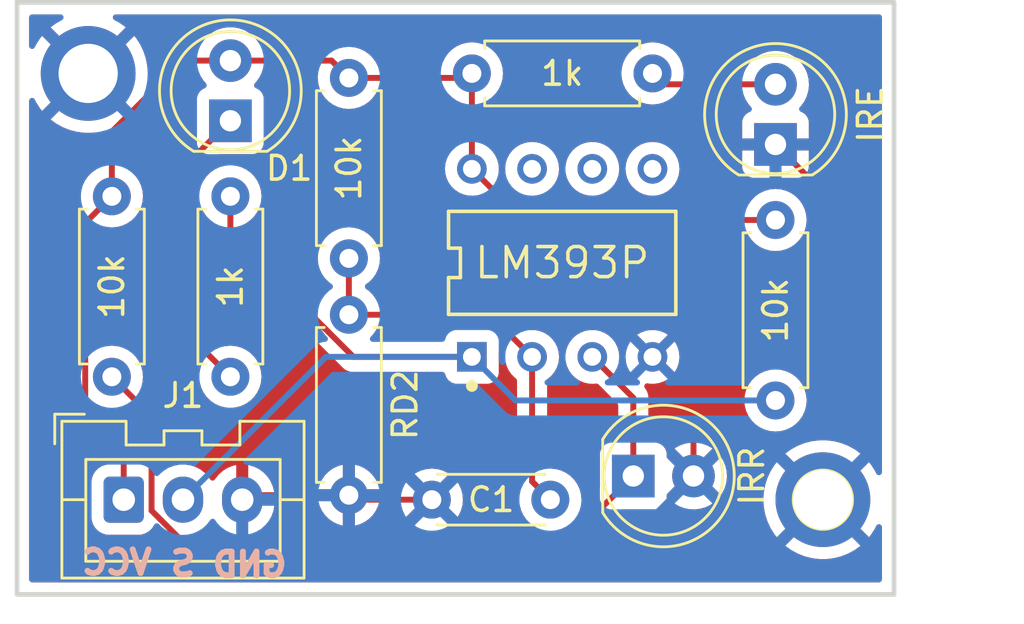
<source format=kicad_pcb>
(kicad_pcb (version 20211014) (generator pcbnew)
  (layers (0 "F.Cu" signal) (31 "B.Cu" signal) (34 "B.Paste" user) (35 "F.Paste" user) (36 "B.SilkS" user "B.Silkscreen") (37 "F.SilkS" user "F.Silkscreen") (38 "B.Mask" user) (39 "F.Mask" user) (44 "Edge.Cuts" user))
  (net 0 "")
  (net 1 "Net-(D1-Pad1)")
  (net 2 "VCC")
  (net 3 "GND")
  (net 4 "Net-(IRLED1-Pad2)")
  (net 5 "Net-(J1-Pad2)")
  (net 6 "Net-(Q1-Pad1)")
  (net 7 "Net-(C1-Pad2)")
  (footprint "Connector_JST:JST_XA_B03B-XASK-1_1x03_P2.50mm_Vertical" (layer "F.Cu") (at 155.5 79)
    (fp_text reference "J1" (at 2.5 -4.4) (layer "F.SilkS"))
    (fp_text value "Conn_01x03_Female")
    (fp_line (start -2.61 3.31) (end 7.61 3.31) (layer "F.SilkS") (width 0.12))
    (fp_line (start -2.61 -3.31) (end -2.61 3.31) (layer "F.SilkS") (width 0.12))
    (fp_line (start 1.7 -2.31) (end 0.1 -2.31) (layer "F.SilkS") (width 0.12))
    (fp_line (start 7.61 -3.31) (end 4.9 -3.31) (layer "F.SilkS") (width 0.12))
    (fp_line (start 4.9 -2.31) (end 3.3 -2.31) (layer "F.SilkS") (width 0.12))
    (fp_line (start 7.61 0) (end 6.6 0) (layer "F.SilkS") (width 0.12))
    (fp_line (start 0.1 -3.31) (end -2.61 -3.31) (layer "F.SilkS") (width 0.12))
    (fp_line (start 6.6 -1.7) (end -1.6 -1.7) (layer "F.SilkS") (width 0.12))
    (fp_line (start 4.9 -3.31) (end 4.9 -2.31) (layer "F.SilkS") (width 0.12))
    (fp_line (start -1.66 -3.61) (end -2.91 -3.61) (layer "F.SilkS") (width 0.12))
    (fp_line (start 3.3 -2.91) (end 1.7 -2.91) (layer "F.SilkS") (width 0.12))
    (fp_line (start 0.1 -2.31) (end 0.1 -3.31) (layer "F.SilkS") (width 0.12))
    (fp_line (start 3.3 -2.31) (end 3.3 -2.91) (layer "F.SilkS") (width 0.12))
    (fp_line (start 6.6 2.6) (end 6.6 -1.7) (layer "F.SilkS") (width 0.12))
    (fp_line (start -2.91 -3.61) (end -2.91 -2.36) (layer "F.SilkS") (width 0.12))
    (fp_line (start 7.61 3.31) (end 7.61 -3.31) (layer "F.SilkS") (width 0.12))
    (fp_line (start -2.61 0) (end -1.6 0) (layer "F.SilkS") (width 0.12))
    (fp_line (start -1.6 -1.7) (end -1.6 2.6) (layer "F.SilkS") (width 0.12))
    (fp_line (start -1.6 2.6) (end 6.6 2.6) (layer "F.SilkS") (width 0.12))
    (fp_line (start 1.7 -2.91) (end 1.7 -2.31) (layer "F.SilkS") (width 0.12))
    (pad "1" thru_hole roundrect (at 0 0) (size 1.7 1.95) (drill 0.95) (layers *.Cu *.Mask) (roundrect_rratio 0.1470588235) (net 2 "VCC"))
    (pad "2" thru_hole oval (at 2.5 0) (size 1.7 1.95) (drill 0.95) (layers *.Cu *.Mask) (net 5 "Net-(J1-Pad2)"))
    (pad "3" thru_hole oval (at 5 0) (size 1.7 1.95) (drill 0.95) (layers *.Cu *.Mask) (net 3 "GND"))
  )
  (footprint "LED_THT:LED_D5.0mm_IRGrey" (layer "F.Cu") (at 160 63 90)
    (fp_text reference "D1" (at -2.008615 2.479406 180) (layer "F.SilkS"))
    (fp_text value "LED")
    (fp_line (start -1.29 -1.545) (end -1.29 1.545) (layer "F.SilkS") (width 0.12))
    (fp_arc (start -1.29 -1.54483) (mid 2.072002 -2.880433) (end 4.26 0.000462) (layer "F.SilkS") (width 0.12))
    (fp_arc (start 4.26 -0.000462) (mid 2.072002 2.880433) (end -1.29 1.54483) (layer "F.SilkS") (width 0.12))
    (fp_circle (center 1.27 0) (end 3.77 0) (layer "F.SilkS") (width 0.12) (fill none))
    (pad "1" thru_hole rect (at 0 0 90) (size 1.8 1.8) (drill 0.9) (layers *.Cu *.Mask) (net 1 "Net-(D1-Pad1)"))
    (pad "2" thru_hole circle (at 2.54 0 90) (size 1.8 1.8) (drill 0.9) (layers *.Cu *.Mask) (net 2 "VCC"))
  )
  (footprint "Resistor_THT:R_Axial_DIN0207_L6.3mm_D2.5mm_P7.62mm_Horizontal" (layer "F.Cu") (at 165 61.19 -90)
    (fp_text reference "10k" (at 3.81 0 90) (layer "F.SilkS"))
    (fp_text value "10k")
    (fp_line (start 7.08 -1.37) (end 7.08 -1.04) (layer "F.SilkS") (width 0.12))
    (fp_line (start 0.54 -1.04) (end 0.54 -1.37) (layer "F.SilkS") (width 0.12))
    (fp_line (start 7.08 1.37) (end 7.08 1.04) (layer "F.SilkS") (width 0.12))
    (fp_line (start 0.54 1.37) (end 7.08 1.37) (layer "F.SilkS") (width 0.12))
    (fp_line (start 0.54 1.04) (end 0.54 1.37) (layer "F.SilkS") (width 0.12))
    (fp_line (start 0.54 -1.37) (end 7.08 -1.37) (layer "F.SilkS") (width 0.12))
    (pad "1" thru_hole circle (at 0 0 270) (size 1.6 1.6) (drill 0.8) (layers *.Cu *.Mask) (net 2 "VCC"))
    (pad "2" thru_hole oval (at 7.62 0 270) (size 1.6 1.6) (drill 0.8) (layers *.Cu *.Mask) (net 7 "Net-(C1-Pad2)"))
  )
  (footprint "LED_THT:LED_D5.0mm_IRGrey" (layer "F.Cu") (at 183 64 90)
    (fp_text reference "IRE" (at 1.27 4 90) (layer "F.SilkS"))
    (fp_text value "LD271")
    (fp_line (start -1.29 -1.545) (end -1.29 1.545) (layer "F.SilkS") (width 0.12))
    (fp_arc (start 4.26 -0.000462) (mid 2.072002 2.880433) (end -1.29 1.54483) (layer "F.SilkS") (width 0.12))
    (fp_arc (start -1.29 -1.54483) (mid 2.072002 -2.880433) (end 4.26 0.000462) (layer "F.SilkS") (width 0.12))
    (fp_circle (center 1.27 0) (end 3.77 0) (layer "F.SilkS") (width 0.12) (fill none))
    (pad "1" thru_hole rect (at 0 0 90) (size 1.8 1.8) (drill 0.9) (layers *.Cu *.Mask) (net 3 "GND"))
    (pad "2" thru_hole circle (at 2.54 0 90) (size 1.8 1.8) (drill 0.9) (layers *.Cu *.Mask) (net 4 "Net-(IRLED1-Pad2)"))
  )
  (footprint "Resistor_THT:R_Axial_DIN0207_L6.3mm_D2.5mm_P7.62mm_Horizontal" (layer "F.Cu") (at 183 67.19 -90)
    (fp_text reference "10k" (at 3.81 0 90) (layer "F.SilkS"))
    (fp_text value "10k")
    (fp_line (start 0.54 1.04) (end 0.54 1.37) (layer "F.SilkS") (width 0.12))
    (fp_line (start 7.08 1.37) (end 7.08 1.04) (layer "F.SilkS") (width 0.12))
    (fp_line (start 0.54 -1.04) (end 0.54 -1.37) (layer "F.SilkS") (width 0.12))
    (fp_line (start 0.54 1.37) (end 7.08 1.37) (layer "F.SilkS") (width 0.12))
    (fp_line (start 7.08 -1.37) (end 7.08 -1.04) (layer "F.SilkS") (width 0.12))
    (fp_line (start 0.54 -1.37) (end 7.08 -1.37) (layer "F.SilkS") (width 0.12))
    (pad "1" thru_hole circle (at 0 0 270) (size 1.6 1.6) (drill 0.8) (layers *.Cu *.Mask) (net 2 "VCC"))
    (pad "2" thru_hole oval (at 7.62 0 270) (size 1.6 1.6) (drill 0.8) (layers *.Cu *.Mask) (net 5 "Net-(J1-Pad2)"))
  )
  (footprint "eec:Texas_Instruments-P_R-PDIP-T8-0-0-0" (layer "F.Cu") (at 174 69 90)
    (fp_text reference "U1" hide)
    (fp_text value "LM393P" (at 0 0 180) (layer "F.SilkS") (effects (font (size 1.27 1.27))))
    (fp_line (start -2.175 -4.795) (end -2.175 4.795) (layer "F.SilkS") (width 0.15))
    (fp_line (start 2.175 -4.795) (end 0.621428 -4.795) (layer "F.SilkS") (width 0.15))
    (fp_line (start -2.175 4.795) (end 2.175 4.795) (layer "F.SilkS") (width 0.15))
    (fp_line (start 0.621428 -4.795) (end 0.621428 -4.295) (layer "F.SilkS") (width 0.15))
    (fp_line (start -0.621428 -4.795) (end -2.175 -4.795) (layer "F.SilkS") (width 0.15))
    (fp_line (start 0.621428 -4.295) (end -0.621428 -4.295) (layer "F.SilkS") (width 0.15))
    (fp_line (start 2.175 4.795) (end 2.175 -4.795) (layer "F.SilkS") (width 0.15))
    (fp_line (start -0.621428 -4.295) (end -0.621428 -4.795) (layer "F.SilkS") (width 0.15))
    (fp_circle (center -5.195 -3.81) (end -5.07 -3.81) (layer "F.SilkS") (width 0.25) (fill none))
    (pad "1" thru_hole rect locked (at -3.97 -3.81 90) (size 1.25 1.25) (drill 0.75) (layers *.Cu *.Mask) (net 5 "Net-(J1-Pad2)"))
    (pad "2" thru_hole circle locked (at -3.97 -1.27 90) (size 1.25 1.25) (drill 0.75) (layers *.Cu *.Mask) (net 7 "Net-(C1-Pad2)"))
    (pad "3" thru_hole circle locked (at -3.97 1.27 90) (size 1.25 1.25) (drill 0.75) (layers *.Cu *.Mask) (net 6 "Net-(Q1-Pad1)"))
    (pad "4" thru_hole circle locked (at -3.97 3.81 90) (size 1.25 1.25) (drill 0.75) (layers *.Cu *.Mask) (net 3 "GND"))
    (pad "5" thru_hole circle locked (at 3.97 3.81 90) (size 1.25 1.25) (drill 0.75) (layers *.Cu "B.Mask"))
    (pad "6" thru_hole circle locked (at 3.97 1.27 90) (size 1.25 1.25) (drill 0.75) (layers *.Cu "B.Mask"))
    (pad "7" thru_hole circle locked (at 3.97 -1.27 90) (size 1.25 1.25) (drill 0.75) (layers *.Cu "B.Mask"))
    (pad "8" thru_hole circle locked (at 3.97 -3.81 90) (size 1.25 1.25) (drill 0.75) (layers *.Cu *.Mask) (net 2 "VCC"))
  )
  (footprint "Capacitor_THT:C_Disc_D4.3mm_W1.9mm_P5.00mm" (layer "F.Cu") (at 168.5 79)
    (fp_text reference "C1" (at 2.5 0) (layer "F.SilkS"))
    (fp_text value "C")
    (fp_line (start 0.23 1.07) (end 4.77 1.07) (layer "F.SilkS") (width 0.12))
    (fp_line (start 0.23 1.055) (end 0.23 1.07) (layer "F.SilkS") (width 0.12))
    (fp_line (start 4.77 1.055) (end 4.77 1.07) (layer "F.SilkS") (width 0.12))
    (fp_line (start 0.23 -1.07) (end 0.23 -1.055) (layer "F.SilkS") (width 0.12))
    (fp_line (start 0.23 -1.07) (end 4.77 -1.07) (layer "F.SilkS") (width 0.12))
    (fp_line (start 4.77 -1.07) (end 4.77 -1.055) (layer "F.SilkS") (width 0.12))
    (pad "1" thru_hole circle (at 0 0) (size 1.6 1.6) (drill 0.8) (layers *.Cu *.Mask) (net 3 "GND"))
    (pad "2" thru_hole circle (at 5 0) (size 1.6 1.6) (drill 0.8) (layers *.Cu *.Mask) (net 7 "Net-(C1-Pad2)"))
  )
  (footprint "Connector_Pin:Pin_D1.0mm_L10.0mm" (layer "F.Cu") (at 185 79)
    (fp_text reference "REF**" hide)
    (fp_text value "Pin_D1.0mm_L10.0mm")
    (fp_circle (center 0 0) (end 1.25 0.05) (layer "F.SilkS") (width 0.12) (fill none))
    (pad "1" thru_hole circle (at 0 0) (size 4 4) (drill 2.5) (layers *.Cu *.Mask) (net 3 "GND"))
  )
  (footprint "LED_THT:LED_D5.0mm_IRGrey" (layer "F.Cu") (at 177 78)
    (fp_text reference "IRR" (at 5 0.000462 90) (layer "F.SilkS"))
    (fp_text value "Q_Photo_NPN_CE")
    (fp_line (start -1.29 -1.545) (end -1.29 1.545) (layer "F.SilkS") (width 0.12))
    (fp_arc (start 4.26 -0.000462) (mid 2.072002 2.880433) (end -1.29 1.54483) (layer "F.SilkS") (width 0.12))
    (fp_arc (start -1.29 -1.54483) (mid 2.072002 -2.880433) (end 4.26 0.000462) (layer "F.SilkS") (width 0.12))
    (fp_circle (center 1.27 0) (end 3.77 0) (layer "F.SilkS") (width 0.12) (fill none))
    (pad "1" thru_hole rect (at 0 0) (size 1.8 1.8) (drill 0.9) (layers *.Cu *.Mask) (net 6 "Net-(Q1-Pad1)"))
    (pad "2" thru_hole circle (at 2.54 0) (size 1.8 1.8) (drill 0.9) (layers *.Cu *.Mask) (net 3 "GND"))
  )
  (footprint "Resistor_THT:R_Axial_DIN0207_L6.3mm_D2.5mm_P7.62mm_Horizontal" (layer "F.Cu") (at 155 73.81 90)
    (fp_text reference "10k" (at 3.81 0 90) (layer "F.SilkS"))
    (fp_text value "10k")
    (fp_line (start 7.08 -1.37) (end 7.08 -1.04) (layer "F.SilkS") (width 0.12))
    (fp_line (start 0.54 1.37) (end 7.08 1.37) (layer "F.SilkS") (width 0.12))
    (fp_line (start 0.54 -1.37) (end 7.08 -1.37) (layer "F.SilkS") (width 0.12))
    (fp_line (start 0.54 1.04) (end 0.54 1.37) (layer "F.SilkS") (width 0.12))
    (fp_line (start 7.08 1.37) (end 7.08 1.04) (layer "F.SilkS") (width 0.12))
    (fp_line (start 0.54 -1.04) (end 0.54 -1.37) (layer "F.SilkS") (width 0.12))
    (pad "1" thru_hole circle (at 0 0 90) (size 1.6 1.6) (drill 0.8) (layers *.Cu *.Mask) (net 6 "Net-(Q1-Pad1)"))
    (pad "2" thru_hole oval (at 7.62 0 90) (size 1.6 1.6) (drill 0.8) (layers *.Cu *.Mask) (net 2 "VCC"))
  )
  (footprint "Resistor_THT:R_Axial_DIN0207_L6.3mm_D2.5mm_P7.62mm_Horizontal" (layer "F.Cu") (at 170.19 61)
    (fp_text reference "1k" (at 3.81 0) (layer "F.SilkS"))
    (fp_text value "1k")
    (fp_line (start 0.54 1.37) (end 7.08 1.37) (layer "F.SilkS") (width 0.12))
    (fp_line (start 0.54 1.04) (end 0.54 1.37) (layer "F.SilkS") (width 0.12))
    (fp_line (start 7.08 -1.37) (end 7.08 -1.04) (layer "F.SilkS") (width 0.12))
    (fp_line (start 7.08 1.37) (end 7.08 1.04) (layer "F.SilkS") (width 0.12))
    (fp_line (start 0.54 -1.04) (end 0.54 -1.37) (layer "F.SilkS") (width 0.12))
    (fp_line (start 0.54 -1.37) (end 7.08 -1.37) (layer "F.SilkS") (width 0.12))
    (pad "1" thru_hole circle (at 0 0) (size 1.6 1.6) (drill 0.8) (layers *.Cu *.Mask) (net 2 "VCC"))
    (pad "2" thru_hole oval (at 7.62 0) (size 1.6 1.6) (drill 0.8) (layers *.Cu *.Mask) (net 4 "Net-(IRLED1-Pad2)"))
  )
  (footprint "" (layer "F.Cu") (at 154 61)
    (fp_text reference "" hide)
    (fp_text value "" hide)
    (pad "1" thru_hole circle (at 0 0) (size 4 4) (drill 2.5) (layers *.Cu *.Mask) (net 3 "GND"))
  )
  (footprint "Resistor_THT:R_Axial_DIN0207_L6.3mm_D2.5mm_P7.62mm_Horizontal" (layer "F.Cu") (at 160 73.81 90)
    (fp_text reference "1k" (at 3.81 0 90) (layer "F.SilkS"))
    (fp_text value "1k")
    (fp_line (start 0.54 1.04) (end 0.54 1.37) (layer "F.SilkS") (width 0.12))
    (fp_line (start 0.54 -1.04) (end 0.54 -1.37) (layer "F.SilkS") (width 0.12))
    (fp_line (start 7.08 -1.37) (end 7.08 -1.04) (layer "F.SilkS") (width 0.12))
    (fp_line (start 0.54 -1.37) (end 7.08 -1.37) (layer "F.SilkS") (width 0.12))
    (fp_line (start 0.54 1.37) (end 7.08 1.37) (layer "F.SilkS") (width 0.12))
    (fp_line (start 7.08 1.37) (end 7.08 1.04) (layer "F.SilkS") (width 0.12))
    (pad "1" thru_hole circle (at 0 0 90) (size 1.6 1.6) (drill 0.8) (layers *.Cu *.Mask) (net 1 "Net-(D1-Pad1)"))
    (pad "2" thru_hole oval (at 7.62 0 90) (size 1.6 1.6) (drill 0.8) (layers *.Cu *.Mask) (net 5 "Net-(J1-Pad2)"))
  )
  (footprint "Resistor_THT:R_Axial_DIN0207_L6.3mm_D2.5mm_P7.62mm_Horizontal" (layer "F.Cu") (at 165 71.19 -90)
    (fp_text reference "RD2" (at 3.81 -2.37 90) (layer "F.SilkS"))
    (fp_text value "10k")
    (fp_line (start 0.54 -1.04) (end 0.54 -1.37) (layer "F.SilkS") (width 0.12))
    (fp_line (start 7.08 1.37) (end 7.08 1.04) (layer "F.SilkS") (width 0.12))
    (fp_line (start 0.54 -1.37) (end 7.08 -1.37) (layer "F.SilkS") (width 0.12))
    (fp_line (start 0.54 1.37) (end 7.08 1.37) (layer "F.SilkS") (width 0.12))
    (fp_line (start 7.08 -1.37) (end 7.08 -1.04) (layer "F.SilkS") (width 0.12))
    (fp_line (start 0.54 1.04) (end 0.54 1.37) (layer "F.SilkS") (width 0.12))
    (pad "1" thru_hole circle (at 0 0 270) (size 1.6 1.6) (drill 0.8) (layers *.Cu *.Mask) (net 7 "Net-(C1-Pad2)"))
    (pad "2" thru_hole oval (at 7.62 0 270) (size 1.6 1.6) (drill 0.8) (layers *.Cu *.Mask) (net 3 "GND"))
  )
  (gr_rect (start 151 58) (end 188 83) (layer "Edge.Cuts") (width 0.2) (fill none))
  (gr_text "S" (at 158 81.6 -180) (layer "B.SilkS") (effects (font (size 1 1) (thickness 0.25)) (justify mirror)))
  (gr_text "VCC" (at 155.210326 81.648408) (layer "B.SilkS") (effects (font (size 1 1) (thickness 0.25)) (justify mirror)))
  (gr_text "GND" (at 160.815327 81.740799) (layer "B.SilkS") (effects (font (size 1 1) (thickness 0.25)) (justify mirror)))
  (segment (start 158 71.81) (end 160 73.81) (width 0.25) (layer "F.Cu") (net 1))
  (segment (start 158 65) (end 158 71.81) (width 0.25) (layer "F.Cu") (net 1))
  (segment (start 160 63) (end 158 65) (width 0.25) (layer "F.Cu") (net 1))
  (segment (start 153.875 74.875) (end 153.875 67.315) (width 0.25) (layer "F.Cu") (net 2))
  (segment (start 170.19 61) (end 170.19 65.03) (width 0.25) (layer "F.Cu") (net 2))
  (segment (start 155.5 76.5) (end 153.875 74.875) (width 0.25) (layer "F.Cu") (net 2))
  (segment (start 170 61.19) (end 170.19 61) (width 0.25) (layer "F.Cu") (net 2))
  (segment (start 172.35 67.19) (end 183 67.19) (width 0.25) (layer "F.Cu") (net 2))
  (segment (start 153.875 67.315) (end 155 66.19) (width 0.25) (layer "F.Cu") (net 2))
  (segment (start 165 61.19) (end 170 61.19) (width 0.25) (layer "F.Cu") (net 2))
  (segment (start 155.5 79) (end 155.5 76.5) (width 0.25) (layer "F.Cu") (net 2))
  (segment (start 170.19 65.03) (end 172.35 67.19) (width 0.25) (layer "F.Cu") (net 2))
  (segment (start 155 63.46) (end 158 60.46) (width 0.25) (layer "F.Cu") (net 2))
  (segment (start 164.27 60.46) (end 165 61.19) (width 0.25) (layer "F.Cu") (net 2))
  (segment (start 158 60.46) (end 164.27 60.46) (width 0.25) (layer "F.Cu") (net 2))
  (segment (start 155 66.19) (end 155 63.46) (width 0.25) (layer "F.Cu") (net 2))
  (segment (start 185 66) (end 183 64) (width 0.25) (layer "F.Cu") (net 3))
  (segment (start 160.69 78.81) (end 160.5 79) (width 0.25) (layer "F.Cu") (net 3))
  (segment (start 179.54 74.7) (end 177.81 72.97) (width 0.25) (layer "F.Cu") (net 3))
  (segment (start 177.81 72.97) (end 181.78 69) (width 0.25) (layer "F.Cu") (net 3))
  (segment (start 181.78 69) (end 185 69) (width 0.25) (layer "F.Cu") (net 3))
  (segment (start 185 69) (end 185 66) (width 0.25) (layer "F.Cu") (net 3))
  (segment (start 165 78.81) (end 160.69 78.81) (width 0.25) (layer "F.Cu") (net 3))
  (segment (start 165.19 79) (end 165 78.81) (width 0.25) (layer "F.Cu") (net 3))
  (segment (start 179.54 78) (end 179.54 74.7) (width 0.25) (layer "F.Cu") (net 3))
  (segment (start 168.5 79) (end 165.19 79) (width 0.25) (layer "F.Cu") (net 3))
  (segment (start 170.5 81) (end 168.5 79) (width 0.25) (layer "B.Cu") (net 3))
  (segment (start 176.54 81) (end 170.5 81) (width 0.25) (layer "B.Cu") (net 3))
  (segment (start 179.54 78) (end 176.54 81) (width 0.25) (layer "B.Cu") (net 3))
  (segment (start 178.27 61.46) (end 177.81 61) (width 0.25) (layer "F.Cu") (net 4))
  (segment (start 183 61.46) (end 178.27 61.46) (width 0.25) (layer "F.Cu") (net 4))
  (segment (start 160 67.780991) (end 165.189009 72.97) (width 0.25) (layer "F.Cu") (net 5))
  (segment (start 165.189009 72.97) (end 170.19 72.97) (width 0.25) (layer "F.Cu") (net 5))
  (segment (start 160 66.19) (end 160 67.780991) (width 0.25) (layer "F.Cu") (net 5))
  (segment (start 164.03 72.97) (end 158 79) (width 0.25) (layer "B.Cu") (net 5))
  (segment (start 170.19 72.97) (end 164.03 72.97) (width 0.25) (layer "B.Cu") (net 5))
  (segment (start 183 74.81) (end 172.03 74.81) (width 0.25) (layer "B.Cu") (net 5))
  (segment (start 172.03 74.81) (end 170.19 72.97) (width 0.25) (layer "B.Cu") (net 5))
  (segment (start 175.27 72.97) (end 177 74.7) (width 0.25) (layer "F.Cu") (net 6))
  (segment (start 177 74.7) (end 177 78) (width 0.25) (layer "F.Cu") (net 6))
  (segment (start 158.213299 81) (end 174 81) (width 0.25) (layer "F.Cu") (net 6))
  (segment (start 155 73.81) (end 156.675 75.485) (width 0.25) (layer "F.Cu") (net 6))
  (segment (start 174 81) (end 177 78) (width 0.25) (layer "F.Cu") (net 6))
  (segment (start 156.675 79.461701) (end 158.213299 81) (width 0.25) (layer "F.Cu") (net 6))
  (segment (start 156.675 75.485) (end 156.675 79.461701) (width 0.25) (layer "F.Cu") (net 6))
  (segment (start 172.73 72.97) (end 172.73 78.23) (width 0.25) (layer "F.Cu") (net 7))
  (segment (start 165 68.81) (end 165 71.19) (width 0.25) (layer "F.Cu") (net 7))
  (segment (start 172.73 78.23) (end 173.5 79) (width 0.25) (layer "F.Cu") (net 7))
  (segment (start 170.95 71.19) (end 165 71.19) (width 0.25) (layer "F.Cu") (net 7))
  (segment (start 172.73 72.97) (end 170.95 71.19) (width 0.25) (layer "F.Cu") (net 7))
  (zone (net 3) (net_name "GND") (layers F&B.Cu) (connect_pads (clearance 0.508)) (min_thickness 0.254) (fill yes (thermal_gap 0.508) (thermal_bridge_width 0.508))
    (polygon (pts (xy 188 83) (xy 151 83) (xy 151 58) (xy 188 58)))
  )
)
</source>
